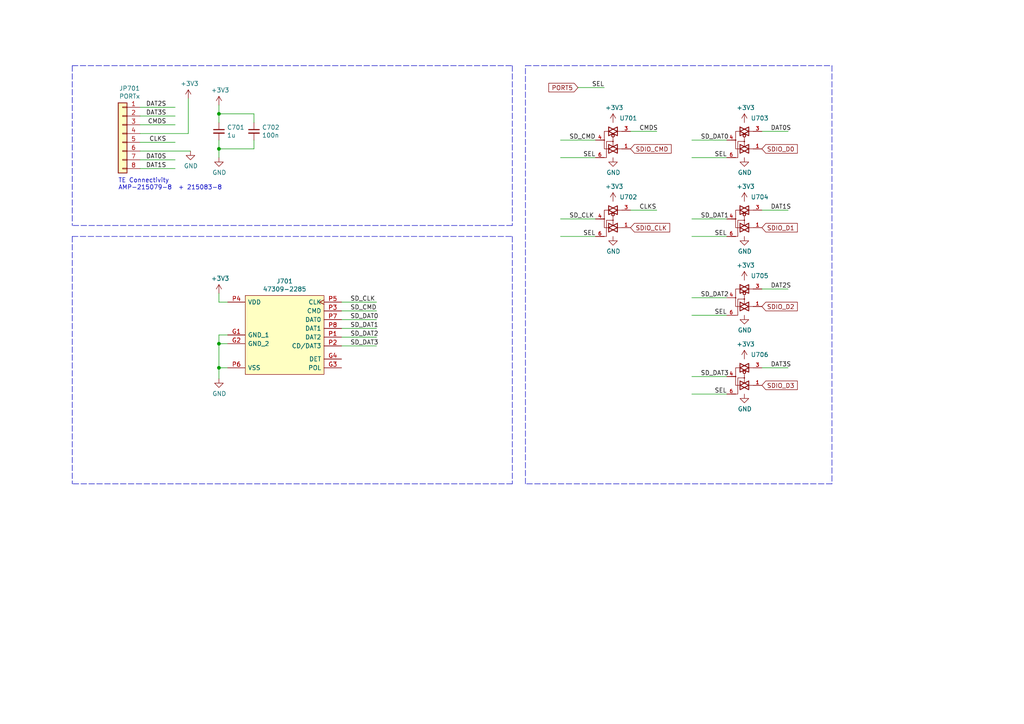
<source format=kicad_sch>
(kicad_sch (version 20200608) (host eeschema "(5.99.0-1973-g8c57821e9)")
  (page 7 9)
  (paper "A4")
  (lib_symbols
    (symbol "47309-2285:47309-2285" (pin_names (offset 0.762))
      (property "Reference" "J" (at 29.21 7.62 0))
      (property "Value" "47309-2285" (at 29.21 5.08 0))
      (symbol "47309-2285_0_1"
        (polyline (pts (xy 5.08 2.54) (xy 27.94 2.54) (xy 27.94 -20.32) (xy 5.08 -20.32) (xy 5.08 2.54)) (stroke (width 0.152)) (fill (type background)))
      )
      (symbol "47309-2285_0_0"
        (pin passive line (at 0 -8.89 0) (length 5.08) (name "GND_1") (number "G1"))
        (pin passive line (at 0 -11.43 0) (length 5.08) (name "GND_2") (number "G2"))
        (pin passive line (at 33.02 -18.415 180) (length 5.08) (name "POL") (number "G3"))
        (pin passive line (at 33.02 -15.875 180) (length 5.08) (name "DET") (number "G4"))
        (pin passive line (at 33.02 -9.525 180) (length 5.08) (name "DAT2") (number "P1"))
        (pin passive line (at 33.02 -12.065 180) (length 5.08) (name "CD/DAT3") (number "P2"))
        (pin passive line (at 33.02 -1.905 180) (length 5.08) (name "CMD") (number "P3"))
        (pin passive line (at 0 0.635 0) (length 5.08) (name "VDD") (number "P4"))
        (pin passive clock (at 33.02 0.635 180) (length 5.08) (name "CLK") (number "P5"))
        (pin passive line (at 0 -18.415 0) (length 5.08) (name "VSS") (number "P6"))
        (pin passive line (at 33.02 -4.445 180) (length 5.08) (name "DAT0") (number "P7"))
        (pin passive line (at 33.02 -6.985 180) (length 5.08) (name "DAT1") (number "P8"))
      )
    )
    (symbol "74LVC1G3157:74LVC1G3157"
      (property "Reference" "U" (at -2.54 5.08 0))
      (property "Value" "74LVC1G3157" (at 0 -6.35 0))
      (symbol "74LVC1G3157_0_0"
        (circle (center -2.54 0) (radius 0.127))
        (circle (center 0 -0.381) (radius 0.127))
        (circle (center 0 1.27) (radius 0.381) (stroke (width 0.254)))
        (polyline (pts (xy -3.81 -5.08) (xy -2.54 -5.08)))
        (polyline (pts (xy -3.81 0) (xy -2.54 0)))
        (polyline (pts (xy 2.54 -2.54) (xy 1.27 -2.54)))
        (polyline (pts (xy 2.54 2.54) (xy 1.27 2.54)))
        (polyline (pts (xy 0 0.635) (xy 0 -0.381) (xy 0 -1.905)))
        (polyline (pts (xy -1.27 -2.54) (xy 0 -3.175) (xy -1.27 -3.81) (xy -1.27 -2.54)) (stroke (width 0.254)))
        (polyline (pts (xy -1.27 -1.27) (xy -1.27 -2.54) (xy 0 -1.905) (xy -1.27 -1.27)) (stroke (width 0.254)))
        (polyline (pts (xy -1.27 2.54) (xy 0 1.905) (xy -1.27 1.27) (xy -1.27 2.54)) (stroke (width 0.254)))
        (polyline (pts (xy -1.27 3.81) (xy 0 3.175) (xy -1.27 2.54) (xy -1.27 3.81)) (stroke (width 0.254)))
        (polyline (pts (xy 0 -0.381) (xy -1.905 -0.381) (xy -1.905 -5.08) (xy -2.54 -5.08)))
        (polyline (pts (xy 1.27 -2.54) (xy 0 -3.175) (xy 1.27 -3.81) (xy 1.27 -2.54)) (stroke (width 0.254)))
        (polyline (pts (xy 1.27 -1.27) (xy 1.27 -2.54) (xy 0 -1.905) (xy 1.27 -1.27)) (stroke (width 0.254)))
        (polyline (pts (xy 1.27 2.54) (xy 1.27 1.27) (xy 0 1.905) (xy 1.27 2.54)) (stroke (width 0.254)))
        (polyline (pts (xy 1.27 2.54) (xy 1.27 3.81) (xy 0 3.175) (xy 1.27 2.54)) (stroke (width 0.254)))
        (polyline (pts (xy -1.27 2.54) (xy -2.54 2.54) (xy -2.54 0) (xy -2.54 -2.54) (xy -1.27 -2.54)))
        (pin power_in line (at 0 -5.08 270) (length 0) hide (name "GND") (number "2"))
        (pin power_in line (at 0 5.08 90) (length 0) hide (name "VCC") (number "5"))
        (pin bidirectional line (at 5.08 2.54 180) (length 2.54) (name "~") (number "3"))
        (pin bidirectional line (at 5.08 -2.54 180) (length 2.54) (name "~") (number "1"))
        (pin bidirectional line (at -5.08 0 0) (length 2.54) (name "~") (number "4"))
        (pin input line (at -5.08 -5.08 0) (length 2.54) (name "~") (number "6"))
      )
    )
    (symbol "74LVC1G3157:74LVC1G3157_1"
      (property "Reference" "U" (at -2.54 5.08 0))
      (property "Value" "74LVC1G3157" (at 0 -6.35 0))
      (symbol "74LVC1G3157_1_0_0"
        (circle (center -2.54 0) (radius 0.127))
        (circle (center 0 -0.381) (radius 0.127))
        (circle (center 0 1.27) (radius 0.381) (stroke (width 0.254)))
        (polyline (pts (xy -3.81 -5.08) (xy -2.54 -5.08)))
        (polyline (pts (xy -3.81 0) (xy -2.54 0)))
        (polyline (pts (xy 2.54 -2.54) (xy 1.27 -2.54)))
        (polyline (pts (xy 2.54 2.54) (xy 1.27 2.54)))
        (polyline (pts (xy 0 0.635) (xy 0 -0.381) (xy 0 -1.905)))
        (polyline (pts (xy -1.27 -2.54) (xy 0 -3.175) (xy -1.27 -3.81) (xy -1.27 -2.54)) (stroke (width 0.254)))
        (polyline (pts (xy -1.27 -1.27) (xy -1.27 -2.54) (xy 0 -1.905) (xy -1.27 -1.27)) (stroke (width 0.254)))
        (polyline (pts (xy -1.27 2.54) (xy 0 1.905) (xy -1.27 1.27) (xy -1.27 2.54)) (stroke (width 0.254)))
        (polyline (pts (xy -1.27 3.81) (xy 0 3.175) (xy -1.27 2.54) (xy -1.27 3.81)) (stroke (width 0.254)))
        (polyline (pts (xy 0 -0.381) (xy -1.905 -0.381) (xy -1.905 -5.08) (xy -2.54 -5.08)))
        (polyline (pts (xy 1.27 -2.54) (xy 0 -3.175) (xy 1.27 -3.81) (xy 1.27 -2.54)) (stroke (width 0.254)))
        (polyline (pts (xy 1.27 -1.27) (xy 1.27 -2.54) (xy 0 -1.905) (xy 1.27 -1.27)) (stroke (width 0.254)))
        (polyline (pts (xy 1.27 2.54) (xy 1.27 1.27) (xy 0 1.905) (xy 1.27 2.54)) (stroke (width 0.254)))
        (polyline (pts (xy 1.27 2.54) (xy 1.27 3.81) (xy 0 3.175) (xy 1.27 2.54)) (stroke (width 0.254)))
        (polyline (pts (xy -1.27 2.54) (xy -2.54 2.54) (xy -2.54 0) (xy -2.54 -2.54) (xy -1.27 -2.54)))
        (pin power_in line (at 0 -5.08 270) (length 0) hide (name "GND") (number "2"))
        (pin power_in line (at 0 5.08 90) (length 0) hide (name "VCC") (number "5"))
        (pin bidirectional line (at 5.08 2.54 180) (length 2.54) (name "~") (number "3"))
        (pin bidirectional line (at 5.08 -2.54 180) (length 2.54) (name "~") (number "1"))
        (pin bidirectional line (at -5.08 0 0) (length 2.54) (name "~") (number "4"))
        (pin input line (at -5.08 -5.08 0) (length 2.54) (name "~") (number "6"))
      )
    )
    (symbol "74LVC1G3157:74LVC1G3157_2"
      (property "Reference" "U" (at -2.54 5.08 0))
      (property "Value" "74LVC1G3157" (at 0 -6.35 0))
      (symbol "74LVC1G3157_2_0_0"
        (circle (center -2.54 0) (radius 0.127))
        (circle (center 0 -0.381) (radius 0.127))
        (circle (center 0 1.27) (radius 0.381) (stroke (width 0.254)))
        (polyline (pts (xy -3.81 -5.08) (xy -2.54 -5.08)))
        (polyline (pts (xy -3.81 0) (xy -2.54 0)))
        (polyline (pts (xy 2.54 -2.54) (xy 1.27 -2.54)))
        (polyline (pts (xy 2.54 2.54) (xy 1.27 2.54)))
        (polyline (pts (xy 0 0.635) (xy 0 -0.381) (xy 0 -1.905)))
        (polyline (pts (xy -1.27 -2.54) (xy 0 -3.175) (xy -1.27 -3.81) (xy -1.27 -2.54)) (stroke (width 0.254)))
        (polyline (pts (xy -1.27 -1.27) (xy -1.27 -2.54) (xy 0 -1.905) (xy -1.27 -1.27)) (stroke (width 0.254)))
        (polyline (pts (xy -1.27 2.54) (xy 0 1.905) (xy -1.27 1.27) (xy -1.27 2.54)) (stroke (width 0.254)))
        (polyline (pts (xy -1.27 3.81) (xy 0 3.175) (xy -1.27 2.54) (xy -1.27 3.81)) (stroke (width 0.254)))
        (polyline (pts (xy 0 -0.381) (xy -1.905 -0.381) (xy -1.905 -5.08) (xy -2.54 -5.08)))
        (polyline (pts (xy 1.27 -2.54) (xy 0 -3.175) (xy 1.27 -3.81) (xy 1.27 -2.54)) (stroke (width 0.254)))
        (polyline (pts (xy 1.27 -1.27) (xy 1.27 -2.54) (xy 0 -1.905) (xy 1.27 -1.27)) (stroke (width 0.254)))
        (polyline (pts (xy 1.27 2.54) (xy 1.27 1.27) (xy 0 1.905) (xy 1.27 2.54)) (stroke (width 0.254)))
        (polyline (pts (xy 1.27 2.54) (xy 1.27 3.81) (xy 0 3.175) (xy 1.27 2.54)) (stroke (width 0.254)))
        (polyline (pts (xy -1.27 2.54) (xy -2.54 2.54) (xy -2.54 0) (xy -2.54 -2.54) (xy -1.27 -2.54)))
        (pin power_in line (at 0 -5.08 270) (length 0) hide (name "GND") (number "2"))
        (pin power_in line (at 0 5.08 90) (length 0) hide (name "VCC") (number "5"))
        (pin bidirectional line (at 5.08 2.54 180) (length 2.54) (name "~") (number "3"))
        (pin bidirectional line (at 5.08 -2.54 180) (length 2.54) (name "~") (number "1"))
        (pin bidirectional line (at -5.08 0 0) (length 2.54) (name "~") (number "4"))
        (pin input line (at -5.08 -5.08 0) (length 2.54) (name "~") (number "6"))
      )
    )
    (symbol "74LVC1G3157:74LVC1G3157_3"
      (property "Reference" "U" (at -2.54 5.08 0))
      (property "Value" "74LVC1G3157" (at 0 -6.35 0))
      (symbol "74LVC1G3157_3_0_0"
        (circle (center -2.54 0) (radius 0.127))
        (circle (center 0 -0.381) (radius 0.127))
        (circle (center 0 1.27) (radius 0.381) (stroke (width 0.254)))
        (polyline (pts (xy -3.81 -5.08) (xy -2.54 -5.08)))
        (polyline (pts (xy -3.81 0) (xy -2.54 0)))
        (polyline (pts (xy 2.54 -2.54) (xy 1.27 -2.54)))
        (polyline (pts (xy 2.54 2.54) (xy 1.27 2.54)))
        (polyline (pts (xy 0 0.635) (xy 0 -0.381) (xy 0 -1.905)))
        (polyline (pts (xy -1.27 -2.54) (xy 0 -3.175) (xy -1.27 -3.81) (xy -1.27 -2.54)) (stroke (width 0.254)))
        (polyline (pts (xy -1.27 -1.27) (xy -1.27 -2.54) (xy 0 -1.905) (xy -1.27 -1.27)) (stroke (width 0.254)))
        (polyline (pts (xy -1.27 2.54) (xy 0 1.905) (xy -1.27 1.27) (xy -1.27 2.54)) (stroke (width 0.254)))
        (polyline (pts (xy -1.27 3.81) (xy 0 3.175) (xy -1.27 2.54) (xy -1.27 3.81)) (stroke (width 0.254)))
        (polyline (pts (xy 0 -0.381) (xy -1.905 -0.381) (xy -1.905 -5.08) (xy -2.54 -5.08)))
        (polyline (pts (xy 1.27 -2.54) (xy 0 -3.175) (xy 1.27 -3.81) (xy 1.27 -2.54)) (stroke (width 0.254)))
        (polyline (pts (xy 1.27 -1.27) (xy 1.27 -2.54) (xy 0 -1.905) (xy 1.27 -1.27)) (stroke (width 0.254)))
        (polyline (pts (xy 1.27 2.54) (xy 1.27 1.27) (xy 0 1.905) (xy 1.27 2.54)) (stroke (width 0.254)))
        (polyline (pts (xy 1.27 2.54) (xy 1.27 3.81) (xy 0 3.175) (xy 1.27 2.54)) (stroke (width 0.254)))
        (polyline (pts (xy -1.27 2.54) (xy -2.54 2.54) (xy -2.54 0) (xy -2.54 -2.54) (xy -1.27 -2.54)))
        (pin power_in line (at 0 -5.08 270) (length 0) hide (name "GND") (number "2"))
        (pin power_in line (at 0 5.08 90) (length 0) hide (name "VCC") (number "5"))
        (pin bidirectional line (at 5.08 2.54 180) (length 2.54) (name "~") (number "3"))
        (pin bidirectional line (at 5.08 -2.54 180) (length 2.54) (name "~") (number "1"))
        (pin bidirectional line (at -5.08 0 0) (length 2.54) (name "~") (number "4"))
        (pin input line (at -5.08 -5.08 0) (length 2.54) (name "~") (number "6"))
      )
    )
    (symbol "74LVC1G3157:74LVC1G3157_4"
      (property "Reference" "U" (at -2.54 5.08 0))
      (property "Value" "74LVC1G3157" (at 0 -6.35 0))
      (symbol "74LVC1G3157_4_0_0"
        (circle (center -2.54 0) (radius 0.127))
        (circle (center 0 -0.381) (radius 0.127))
        (circle (center 0 1.27) (radius 0.381) (stroke (width 0.254)))
        (polyline (pts (xy -3.81 -5.08) (xy -2.54 -5.08)))
        (polyline (pts (xy -3.81 0) (xy -2.54 0)))
        (polyline (pts (xy 2.54 -2.54) (xy 1.27 -2.54)))
        (polyline (pts (xy 2.54 2.54) (xy 1.27 2.54)))
        (polyline (pts (xy 0 0.635) (xy 0 -0.381) (xy 0 -1.905)))
        (polyline (pts (xy -1.27 -2.54) (xy 0 -3.175) (xy -1.27 -3.81) (xy -1.27 -2.54)) (stroke (width 0.254)))
        (polyline (pts (xy -1.27 -1.27) (xy -1.27 -2.54) (xy 0 -1.905) (xy -1.27 -1.27)) (stroke (width 0.254)))
        (polyline (pts (xy -1.27 2.54) (xy 0 1.905) (xy -1.27 1.27) (xy -1.27 2.54)) (stroke (width 0.254)))
        (polyline (pts (xy -1.27 3.81) (xy 0 3.175) (xy -1.27 2.54) (xy -1.27 3.81)) (stroke (width 0.254)))
        (polyline (pts (xy 0 -0.381) (xy -1.905 -0.381) (xy -1.905 -5.08) (xy -2.54 -5.08)))
        (polyline (pts (xy 1.27 -2.54) (xy 0 -3.175) (xy 1.27 -3.81) (xy 1.27 -2.54)) (stroke (width 0.254)))
        (polyline (pts (xy 1.27 -1.27) (xy 1.27 -2.54) (xy 0 -1.905) (xy 1.27 -1.27)) (stroke (width 0.254)))
        (polyline (pts (xy 1.27 2.54) (xy 1.27 1.27) (xy 0 1.905) (xy 1.27 2.54)) (stroke (width 0.254)))
        (polyline (pts (xy 1.27 2.54) (xy 1.27 3.81) (xy 0 3.175) (xy 1.27 2.54)) (stroke (width 0.254)))
        (polyline (pts (xy -1.27 2.54) (xy -2.54 2.54) (xy -2.54 0) (xy -2.54 -2.54) (xy -1.27 -2.54)))
        (pin power_in line (at 0 -5.08 270) (length 0) hide (name "GND") (number "2"))
        (pin power_in line (at 0 5.08 90) (length 0) hide (name "VCC") (number "5"))
        (pin bidirectional line (at 5.08 2.54 180) (length 2.54) (name "~") (number "3"))
        (pin bidirectional line (at 5.08 -2.54 180) (length 2.54) (name "~") (number "1"))
        (pin bidirectional line (at -5.08 0 0) (length 2.54) (name "~") (number "4"))
        (pin input line (at -5.08 -5.08 0) (length 2.54) (name "~") (number "6"))
      )
    )
    (symbol "74LVC1G3157:74LVC1G3157_5"
      (property "Reference" "U" (at -2.54 5.08 0))
      (property "Value" "74LVC1G3157" (at 0 -6.35 0))
      (symbol "74LVC1G3157_5_0_0"
        (circle (center -2.54 0) (radius 0.127))
        (circle (center 0 -0.381) (radius 0.127))
        (circle (center 0 1.27) (radius 0.381) (stroke (width 0.254)))
        (polyline (pts (xy -3.81 -5.08) (xy -2.54 -5.08)))
        (polyline (pts (xy -3.81 0) (xy -2.54 0)))
        (polyline (pts (xy 2.54 -2.54) (xy 1.27 -2.54)))
        (polyline (pts (xy 2.54 2.54) (xy 1.27 2.54)))
        (polyline (pts (xy 0 0.635) (xy 0 -0.381) (xy 0 -1.905)))
        (polyline (pts (xy -1.27 -2.54) (xy 0 -3.175) (xy -1.27 -3.81) (xy -1.27 -2.54)) (stroke (width 0.254)))
        (polyline (pts (xy -1.27 -1.27) (xy -1.27 -2.54) (xy 0 -1.905) (xy -1.27 -1.27)) (stroke (width 0.254)))
        (polyline (pts (xy -1.27 2.54) (xy 0 1.905) (xy -1.27 1.27) (xy -1.27 2.54)) (stroke (width 0.254)))
        (polyline (pts (xy -1.27 3.81) (xy 0 3.175) (xy -1.27 2.54) (xy -1.27 3.81)) (stroke (width 0.254)))
        (polyline (pts (xy 0 -0.381) (xy -1.905 -0.381) (xy -1.905 -5.08) (xy -2.54 -5.08)))
        (polyline (pts (xy 1.27 -2.54) (xy 0 -3.175) (xy 1.27 -3.81) (xy 1.27 -2.54)) (stroke (width 0.254)))
        (polyline (pts (xy 1.27 -1.27) (xy 1.27 -2.54) (xy 0 -1.905) (xy 1.27 -1.27)) (stroke (width 0.254)))
        (polyline (pts (xy 1.27 2.54) (xy 1.27 1.27) (xy 0 1.905) (xy 1.27 2.54)) (stroke (width 0.254)))
        (polyline (pts (xy 1.27 2.54) (xy 1.27 3.81) (xy 0 3.175) (xy 1.27 2.54)) (stroke (width 0.254)))
        (polyline (pts (xy -1.27 2.54) (xy -2.54 2.54) (xy -2.54 0) (xy -2.54 -2.54) (xy -1.27 -2.54)))
        (pin power_in line (at 0 -5.08 270) (length 0) hide (name "GND") (number "2"))
        (pin power_in line (at 0 5.08 90) (length 0) hide (name "VCC") (number "5"))
        (pin bidirectional line (at 5.08 2.54 180) (length 2.54) (name "~") (number "3"))
        (pin bidirectional line (at 5.08 -2.54 180) (length 2.54) (name "~") (number "1"))
        (pin bidirectional line (at -5.08 0 0) (length 2.54) (name "~") (number "4"))
        (pin input line (at -5.08 -5.08 0) (length 2.54) (name "~") (number "6"))
      )
    )
    (symbol "Connector_Generic:Conn_01x08" (pin_names hide)
      (property "Reference" "J" (at 0 10.16 0))
      (property "Value" "Conn_01x08" (at 0 -12.7 0))
      (symbol "Conn_01x08_1_1"
        (rectangle (start -1.27 -4.953) (end 0 -5.207) (stroke (width 0.1524)))
        (rectangle (start -1.27 -7.493) (end 0 -7.747) (stroke (width 0.1524)))
        (rectangle (start -1.27 -10.033) (end 0 -10.287) (stroke (width 0.1524)))
        (rectangle (start -1.27 -2.413) (end 0 -2.667) (stroke (width 0.1524)))
        (rectangle (start -1.27 2.667) (end 0 2.413) (stroke (width 0.1524)))
        (rectangle (start -1.27 5.207) (end 0 4.953) (stroke (width 0.1524)))
        (rectangle (start -1.27 7.747) (end 0 7.493) (stroke (width 0.1524)))
        (rectangle (start -1.27 8.89) (end 1.27 -11.43) (stroke (width 0.254)) (fill (type background)))
        (rectangle (start -1.27 0.127) (end 0 -0.127) (stroke (width 0.1524)))
        (pin passive line (at -5.08 7.62 0) (length 3.81) (name "Pin_1") (number "1"))
        (pin passive line (at -5.08 5.08 0) (length 3.81) (name "Pin_2") (number "2"))
        (pin passive line (at -5.08 2.54 0) (length 3.81) (name "Pin_3") (number "3"))
        (pin passive line (at -5.08 0 0) (length 3.81) (name "Pin_4") (number "4"))
        (pin passive line (at -5.08 -2.54 0) (length 3.81) (name "Pin_5") (number "5"))
        (pin passive line (at -5.08 -5.08 0) (length 3.81) (name "Pin_6") (number "6"))
        (pin passive line (at -5.08 -7.62 0) (length 3.81) (name "Pin_7") (number "7"))
        (pin passive line (at -5.08 -10.16 0) (length 3.81) (name "Pin_8") (number "8"))
      )
    )
    (symbol "Device:C_Small_1" (pin_numbers hide) (pin_names (offset 0.254) hide)
      (property "Reference" "C" (at 0.254 1.778 0))
      (property "Value" "C_Small" (at 0.254 -2.032 0))
      (symbol "C_Small_1_0_1"
        (polyline (pts (xy -1.524 -0.508) (xy 1.524 -0.508)) (stroke (width 0.3302)))
        (polyline (pts (xy -1.524 0.508) (xy 1.524 0.508)) (stroke (width 0.3048)))
      )
      (symbol "C_Small_1_1_1"
        (pin passive line (at 0 2.54 270) (length 2.032) (name "~") (number "1"))
        (pin passive line (at 0 -2.54 90) (length 2.032) (name "~") (number "2"))
      )
    )
    (symbol "Device:C_Small_2" (pin_numbers hide) (pin_names (offset 0.254) hide)
      (property "Reference" "C" (at 0.254 1.778 0))
      (property "Value" "C_Small" (at 0.254 -2.032 0))
      (symbol "C_Small_2_0_1"
        (polyline (pts (xy -1.524 -0.508) (xy 1.524 -0.508)) (stroke (width 0.3302)))
        (polyline (pts (xy -1.524 0.508) (xy 1.524 0.508)) (stroke (width 0.3048)))
      )
      (symbol "C_Small_2_1_1"
        (pin passive line (at 0 2.54 270) (length 2.032) (name "~") (number "1"))
        (pin passive line (at 0 -2.54 90) (length 2.032) (name "~") (number "2"))
      )
    )
    (symbol "power:+3V3" (power) (pin_names (offset 0))
      (property "Value" "+3V3" (at 0 3.556 0))
      (symbol "+3V3_0_1"
        (polyline (pts (xy -0.762 1.27) (xy 0 2.54)))
        (polyline (pts (xy 0 0) (xy 0 2.54)))
        (polyline (pts (xy 0 2.54) (xy 0.762 1.27)))
      )
      (symbol "+3V3_1_1"
        (pin power_in line (at 0 0 90) (length 0) hide (name "+3V3") (number "1"))
      )
    )
    (symbol "power:GND" (power) (pin_names (offset 0))
      (property "Value" "GND" (at 0 -3.81 0))
      (symbol "GND_0_1"
        (polyline (pts (xy 0 0) (xy 0 -1.27) (xy 1.27 -1.27) (xy 0 -2.54) (xy -1.27 -1.27) (xy 0 -1.27)))
      )
      (symbol "GND_1_1"
        (pin power_in line (at 0 0 270) (length 0) hide (name "GND") (number "1"))
      )
    )
  )
  (junction (at 63.5 33.02))
  (junction (at 63.5 43.18))
  (junction (at 63.5 99.695))
  (junction (at 63.5 106.68))
  (wire (pts (xy 40.64 31.115) (xy 50.8 31.115)))
  (wire (pts (xy 40.64 33.655) (xy 50.8 33.655)))
  (wire (pts (xy 40.64 36.195) (xy 50.8 36.195)))
  (wire (pts (xy 40.64 41.275) (xy 50.8 41.275)))
  (wire (pts (xy 40.64 43.815) (xy 55.245 43.815)))
  (wire (pts (xy 40.64 46.355) (xy 50.8 46.355)))
  (wire (pts (xy 40.64 48.895) (xy 50.8 48.895)))
  (wire (pts (xy 54.61 28.575) (xy 54.61 38.735)))
  (wire (pts (xy 54.61 38.735) (xy 40.64 38.735)))
  (wire (pts (xy 63.5 30.48) (xy 63.5 33.02)))
  (wire (pts (xy 63.5 33.02) (xy 63.5 35.56)))
  (wire (pts (xy 63.5 40.64) (xy 63.5 43.18)))
  (wire (pts (xy 63.5 43.18) (xy 63.5 45.72)))
  (wire (pts (xy 63.5 85.09) (xy 63.5 87.63)))
  (wire (pts (xy 63.5 87.63) (xy 66.04 87.63)))
  (wire (pts (xy 63.5 97.155) (xy 66.04 97.155)))
  (wire (pts (xy 63.5 99.695) (xy 63.5 97.155)))
  (wire (pts (xy 63.5 99.695) (xy 66.04 99.695)))
  (wire (pts (xy 63.5 106.68) (xy 63.5 99.695)))
  (wire (pts (xy 63.5 106.68) (xy 66.04 106.68)))
  (wire (pts (xy 63.5 109.855) (xy 63.5 106.68)))
  (wire (pts (xy 73.66 33.02) (xy 63.5 33.02)))
  (wire (pts (xy 73.66 35.56) (xy 73.66 33.02)))
  (wire (pts (xy 73.66 40.64) (xy 73.66 43.18)))
  (wire (pts (xy 73.66 43.18) (xy 63.5 43.18)))
  (wire (pts (xy 99.06 87.63) (xy 109.22 87.63)))
  (wire (pts (xy 99.06 90.17) (xy 109.22 90.17)))
  (wire (pts (xy 99.06 92.71) (xy 109.22 92.71)))
  (wire (pts (xy 99.06 95.25) (xy 109.22 95.25)))
  (wire (pts (xy 99.06 97.79) (xy 109.22 97.79)))
  (wire (pts (xy 99.06 100.33) (xy 109.22 100.33)))
  (wire (pts (xy 162.56 40.64) (xy 172.72 40.64)))
  (wire (pts (xy 162.56 45.72) (xy 172.72 45.72)))
  (wire (pts (xy 162.56 63.5) (xy 172.72 63.5)))
  (wire (pts (xy 162.56 68.58) (xy 172.72 68.58)))
  (wire (pts (xy 167.64 25.4) (xy 175.26 25.4)))
  (wire (pts (xy 182.88 38.1) (xy 190.5 38.1)))
  (wire (pts (xy 182.88 60.96) (xy 190.5 60.96)))
  (wire (pts (xy 200.66 40.64) (xy 210.82 40.64)))
  (wire (pts (xy 200.66 45.72) (xy 210.82 45.72)))
  (wire (pts (xy 200.66 63.5) (xy 210.82 63.5)))
  (wire (pts (xy 200.66 68.58) (xy 210.82 68.58)))
  (wire (pts (xy 200.66 86.36) (xy 210.82 86.36)))
  (wire (pts (xy 200.66 91.44) (xy 210.82 91.44)))
  (wire (pts (xy 200.66 109.22) (xy 210.82 109.22)))
  (wire (pts (xy 200.66 114.3) (xy 210.82 114.3)))
  (wire (pts (xy 220.98 38.1) (xy 228.6 38.1)))
  (wire (pts (xy 220.98 60.96) (xy 228.6 60.96)))
  (wire (pts (xy 220.98 83.82) (xy 228.6 83.82)))
  (wire (pts (xy 220.98 106.68) (xy 228.6 106.68)))
  (polyline (pts (xy 20.955 19.05) (xy 20.955 65.405)) (stroke (width 0) (type dash)))
  (polyline (pts (xy 20.955 19.05) (xy 148.59 19.05)) (stroke (width 0) (type dash)))
  (polyline (pts (xy 20.955 68.58) (xy 20.955 140.335)) (stroke (width 0) (type dash)))
  (polyline (pts (xy 20.955 68.58) (xy 148.59 68.58)) (stroke (width 0) (type dash)))
  (polyline (pts (xy 148.59 19.05) (xy 148.59 65.405)) (stroke (width 0) (type dash)))
  (polyline (pts (xy 148.59 65.405) (xy 20.955 65.405)) (stroke (width 0) (type dash)))
  (polyline (pts (xy 148.59 68.58) (xy 148.59 140.335)) (stroke (width 0) (type dash)))
  (polyline (pts (xy 148.59 140.335) (xy 20.955 140.335)) (stroke (width 0) (type dash)))
  (polyline (pts (xy 152.4 19.05) (xy 161.29 19.05)) (stroke (width 0) (type dash)))
  (polyline (pts (xy 152.4 140.335) (xy 152.4 19.05)) (stroke (width 0) (type dash)))
  (polyline (pts (xy 161.29 19.05) (xy 241.3 19.05)) (stroke (width 0) (type dash)))
  (polyline (pts (xy 241.3 19.05) (xy 241.3 140.335)) (stroke (width 0) (type dash)))
  (polyline (pts (xy 241.3 140.335) (xy 152.4 140.335)) (stroke (width 0) (type dash)))
  (text "TE Connectivity\nAMP-215079-8  + 215083-8" (at 34.29 55.245 0) (effects (font (size 1.27 1.27)) (justify left bottom)))
  (label "DAT2S" (at 48.26 31.115 180))
  (label "DAT3S" (at 48.26 33.655 180))
  (label "CMDS" (at 48.26 36.195 180))
  (label "CLKS" (at 48.26 41.275 180))
  (label "DAT0S" (at 48.26 46.355 180))
  (label "DAT1S" (at 48.26 48.895 180))
  (label "SD_CLK" (at 101.6 87.63 0))
  (label "SD_CMD" (at 101.6 90.17 0))
  (label "SD_DAT0" (at 101.6 92.71 0))
  (label "SD_DAT1" (at 101.6 95.25 0))
  (label "SD_DAT2" (at 101.6 97.79 0))
  (label "SD_DAT3" (at 101.6 100.33 0))
  (label "SD_CMD" (at 165.1 40.64 0))
  (label "SD_CLK" (at 165.1 63.5 0))
  (label "SEL" (at 172.72 45.72 180))
  (label "SEL" (at 172.72 68.58 180))
  (label "SEL" (at 175.26 25.4 180))
  (label "CMDS" (at 185.42 38.1 0))
  (label "CLKS" (at 185.42 60.96 0))
  (label "SD_DAT0" (at 203.2 40.64 0))
  (label "SD_DAT1" (at 203.2 63.5 0))
  (label "SD_DAT2" (at 203.2 86.36 0))
  (label "SD_DAT3" (at 203.2 109.22 0))
  (label "SEL" (at 210.82 45.72 180))
  (label "SEL" (at 210.82 68.58 180))
  (label "SEL" (at 210.82 91.44 180))
  (label "SEL" (at 210.82 114.3 180))
  (label "DAT0S" (at 223.52 38.1 0))
  (label "DAT1S" (at 223.52 60.96 0))
  (label "DAT2S" (at 223.52 83.82 0))
  (label "DAT3S" (at 223.52 106.68 0))
  (global_label "PORT5" (shape input) (at 167.64 25.4 180))
  (global_label "SDIO_CMD" (shape input) (at 182.88 43.18 0))
  (global_label "SDIO_CLK" (shape input) (at 182.88 66.04 0))
  (global_label "SDIO_D0" (shape input) (at 220.98 43.18 0))
  (global_label "SDIO_D1" (shape input) (at 220.98 66.04 0))
  (global_label "SDIO_D2" (shape input) (at 220.98 88.9 0))
  (global_label "SDIO_D3" (shape input) (at 220.98 111.76 0))
  (symbol (lib_id "power:+3V3") (at 54.61 28.575 0) (unit 1)
    (property "Reference" "#PWR0701" (effects hide))
    (property "Value" "+3V3" (at 54.9783 24.2506 0))
  )
  (symbol (lib_id "power:+3V3") (at 63.5 30.48 0) (unit 1)
    (property "Reference" "#PWR0703" (effects hide))
    (property "Value" "+3V3" (at 63.8683 26.1556 0))
  )
  (symbol (lib_id "power:+3V3") (at 63.5 85.09 0) (unit 1)
    (property "Reference" "#PWR0705" (effects hide))
    (property "Value" "+3V3" (at 63.8683 80.7656 0))
  )
  (symbol (lib_id "power:+3V3") (at 177.8 35.56 0) (unit 1)
    (property "Reference" "#PWR0707" (effects hide))
    (property "Value" "+3V3" (at 178.1683 31.2356 0))
  )
  (symbol (lib_id "power:+3V3") (at 177.8 58.42 0) (unit 1)
    (property "Reference" "#PWR0709" (effects hide))
    (property "Value" "+3V3" (at 178.1683 54.0956 0))
  )
  (symbol (lib_id "power:+3V3") (at 215.9 35.56 0) (unit 1)
    (property "Reference" "#PWR0711" (effects hide))
    (property "Value" "+3V3" (at 216.2683 31.2356 0))
  )
  (symbol (lib_id "power:+3V3") (at 215.9 58.42 0) (unit 1)
    (property "Reference" "#PWR0713" (effects hide))
    (property "Value" "+3V3" (at 216.2683 54.0956 0))
  )
  (symbol (lib_id "power:+3V3") (at 215.9 81.28 0) (unit 1)
    (property "Reference" "#PWR0715" (effects hide))
    (property "Value" "+3V3" (at 216.2683 76.9556 0))
  )
  (symbol (lib_id "power:+3V3") (at 215.9 104.14 0) (unit 1)
    (property "Reference" "#PWR0717" (effects hide))
    (property "Value" "+3V3" (at 216.2683 99.8156 0))
  )
  (symbol (lib_id "power:GND") (at 55.245 43.815 0) (unit 1)
    (property "Reference" "#PWR0702" (effects hide))
    (property "Value" "GND" (at 55.3593 48.1394 0))
  )
  (symbol (lib_id "power:GND") (at 63.5 45.72 0) (unit 1)
    (property "Reference" "#PWR0704" (effects hide))
    (property "Value" "GND" (at 63.6143 50.0444 0))
  )
  (symbol (lib_id "power:GND") (at 63.5 109.855 0) (unit 1)
    (property "Reference" "#PWR0706" (effects hide))
    (property "Value" "GND" (at 63.6143 114.1794 0))
  )
  (symbol (lib_id "power:GND") (at 177.8 45.72 0) (unit 1)
    (property "Reference" "#PWR0708" (effects hide))
    (property "Value" "GND" (at 177.9143 50.0444 0))
  )
  (symbol (lib_id "power:GND") (at 177.8 68.58 0) (unit 1)
    (property "Reference" "#PWR0710" (effects hide))
    (property "Value" "GND" (at 177.9143 72.9044 0))
  )
  (symbol (lib_id "power:GND") (at 215.9 45.72 0) (unit 1)
    (property "Reference" "#PWR0712" (effects hide))
    (property "Value" "GND" (at 216.0143 50.0444 0))
  )
  (symbol (lib_id "power:GND") (at 215.9 68.58 0) (unit 1)
    (property "Reference" "#PWR0714" (effects hide))
    (property "Value" "GND" (at 216.0143 72.9044 0))
  )
  (symbol (lib_id "power:GND") (at 215.9 91.44 0) (unit 1)
    (property "Reference" "#PWR0716" (effects hide))
    (property "Value" "GND" (at 216.0143 95.7644 0))
  )
  (symbol (lib_id "power:GND") (at 215.9 114.3 0) (unit 1)
    (property "Reference" "#PWR0718" (effects hide))
    (property "Value" "GND" (at 216.0143 118.6244 0))
  )
  (symbol (lib_name "Device:C_Small_1") (lib_id "Device:C_Small") (at 63.5 38.1 0) (unit 1)
    (property "Reference" "C701" (at 65.8242 36.9506 0) (effects (justify left)))
    (property "Value" "1u" (at 65.8242 39.2493 0) (effects (justify left)))
    (property "Footprint" "Capacitor_SMD:C_0402_1005Metric" (effects hide))
    (property "LCSC Part#" "C52923" (effects hide))
  )
  (symbol (lib_name "Device:C_Small_2") (lib_id "Device:C_Small") (at 73.66 38.1 0) (unit 1)
    (property "Reference" "C702" (at 75.9842 36.9506 0) (effects (justify left)))
    (property "Value" "100n" (at 75.984 39.249 0) (effects (justify left)))
    (property "Footprint" "Capacitor_SMD:C_0402_1005Metric" (effects hide))
    (property "LCSC Part#" "C1525" (effects hide))
  )
  (symbol (lib_name "74LVC1G3157:74LVC1G3157_2") (lib_id "74LVC1G3157:74LVC1G3157") (at 177.8 40.64 0) (unit 1)
    (property "Reference" "U701" (at 182.245 34.29 0))
    (property "Value" "74LVC1G3157" (effects hide))
    (property "Footprint" "Package_TO_SOT_SMD:SOT-363_SC-70-6" (effects hide))
    (property "Datasheet" "https://www.ti.com/lit/ds/symlink/sn74lvc1g3157.pdf" (effects hide))
    (property "LCSC Part#" " C38663" (effects hide))
  )
  (symbol (lib_name "74LVC1G3157:74LVC1G3157_1") (lib_id "74LVC1G3157:74LVC1G3157") (at 177.8 63.5 0) (unit 1)
    (property "Reference" "U702" (at 182.245 57.15 0))
    (property "Value" "74LVC1G3157" (effects hide))
    (property "Footprint" "Package_TO_SOT_SMD:SOT-363_SC-70-6" (effects hide))
    (property "Datasheet" "https://www.ti.com/lit/ds/symlink/sn74lvc1g3157.pdf" (effects hide))
    (property "LCSC Part#" " C38663" (effects hide))
  )
  (symbol (lib_name "74LVC1G3157:74LVC1G3157_3") (lib_id "74LVC1G3157:74LVC1G3157") (at 215.9 40.64 0) (unit 1)
    (property "Reference" "U703" (at 220.345 34.29 0))
    (property "Value" "74LVC1G3157" (effects hide))
    (property "Footprint" "Package_TO_SOT_SMD:SOT-363_SC-70-6" (effects hide))
    (property "Datasheet" "https://www.ti.com/lit/ds/symlink/sn74lvc1g3157.pdf" (effects hide))
    (property "LCSC Part#" " C38663" (effects hide))
  )
  (symbol (lib_name "74LVC1G3157:74LVC1G3157_4") (lib_id "74LVC1G3157:74LVC1G3157") (at 215.9 63.5 0) (unit 1)
    (property "Reference" "U704" (at 220.345 57.15 0))
    (property "Value" "74LVC1G3157" (effects hide))
    (property "Footprint" "Package_TO_SOT_SMD:SOT-363_SC-70-6" (effects hide))
    (property "Datasheet" "https://www.ti.com/lit/ds/symlink/sn74lvc1g3157.pdf" (effects hide))
    (property "LCSC Part#" " C38663" (effects hide))
  )
  (symbol (lib_name "74LVC1G3157:74LVC1G3157_5") (lib_id "74LVC1G3157:74LVC1G3157") (at 215.9 86.36 0) (unit 1)
    (property "Reference" "U705" (at 220.345 80.01 0))
    (property "Value" "74LVC1G3157" (effects hide))
    (property "Footprint" "Package_TO_SOT_SMD:SOT-363_SC-70-6" (effects hide))
    (property "Datasheet" "https://www.ti.com/lit/ds/symlink/sn74lvc1g3157.pdf" (effects hide))
    (property "LCSC Part#" " C38663" (effects hide))
  )
  (symbol (lib_id "74LVC1G3157:74LVC1G3157") (at 215.9 109.22 0) (unit 1)
    (property "Reference" "U706" (at 220.345 102.87 0))
    (property "Value" "74LVC1G3157" (effects hide))
    (property "Footprint" "Package_TO_SOT_SMD:SOT-363_SC-70-6" (effects hide))
    (property "Datasheet" "https://www.ti.com/lit/ds/symlink/sn74lvc1g3157.pdf" (effects hide))
    (property "LCSC Part#" " C38663" (effects hide))
  )
  (symbol (lib_id "Connector_Generic:Conn_01x08") (at 35.56 38.735 0) (mirror y) (unit 1)
    (property "Reference" "JP701" (at 37.592 25.635 0))
    (property "Value" "PORTx" (at 37.592 27.9335 0))
    (property "Footprint" "footprints:ConnectorMicromatch-8" (effects hide))
  )
  (symbol (lib_id "47309-2285:47309-2285") (at 66.04 88.265 0) (unit 1)
    (property "Reference" "J701" (at 82.55 81.566 0))
    (property "Value" "47309-2285" (at 82.55 83.8645 0))
    (property "Footprint" "footprints:47309-2285" (effects hide))
    (property "Datasheet" "https://www.molex.com/pdm_docs/sd/473092285_sd.pdf" (effects hide))
    (property "Mouser Part#" "538-47309-2285" (effects hide))
  )
)
</source>
